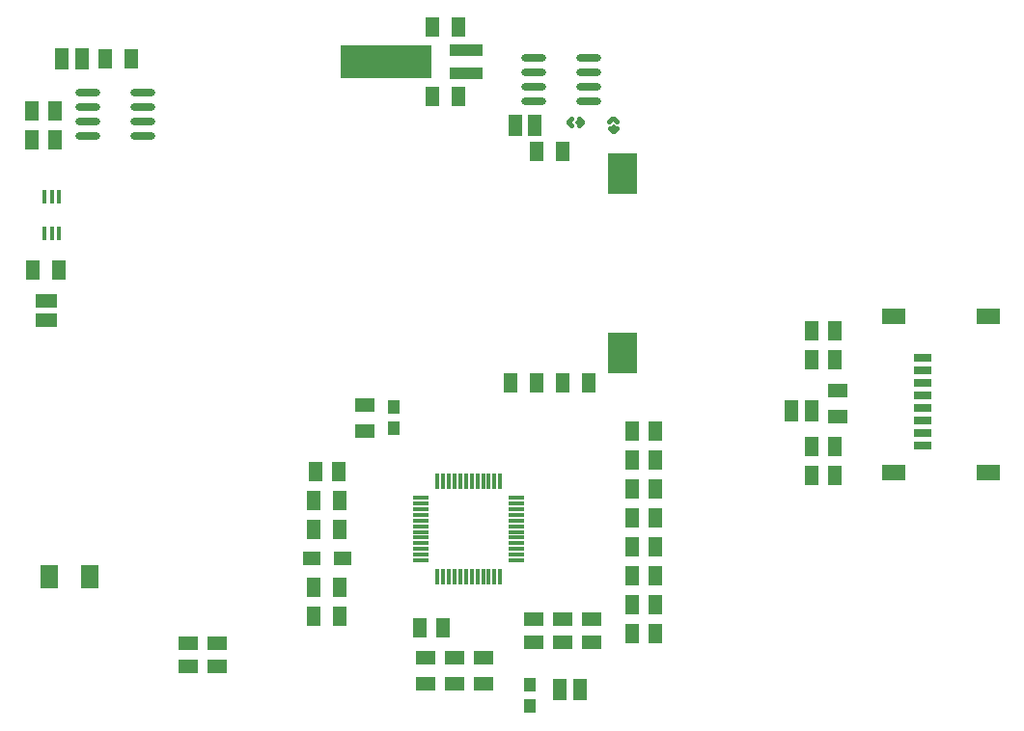
<source format=gbp>
G04 Layer_Color=128*
%FSLAX25Y25*%
%MOIN*%
G70*
G01*
G75*
%ADD11R,0.05000X0.06500*%
%ADD12R,0.06500X0.05000*%
%ADD37R,0.07284X0.04921*%
%ADD38R,0.04921X0.07284*%
%ADD70R,0.11811X0.03937*%
%ADD71R,0.31496X0.11811*%
%ADD72P,0.03677X4X270.0*%
G04:AMPARAMS|DCode=73|XSize=15.75mil|YSize=30mil|CornerRadius=0mil|HoleSize=0mil|Usage=FLASHONLY|Rotation=135.000|XOffset=0mil|YOffset=0mil|HoleType=Round|Shape=Octagon|*
%AMOCTAGOND73*
4,1,8,-0.00782,-0.01339,-0.01339,-0.00782,-0.01339,-0.00226,0.00226,0.01339,0.00782,0.01339,0.01339,0.00782,0.01339,0.00226,-0.00226,-0.01339,-0.00782,-0.01339,0.0*
%
%ADD73OCTAGOND73*%

G04:AMPARAMS|DCode=74|XSize=15mil|YSize=30mil|CornerRadius=0mil|HoleSize=0mil|Usage=FLASHONLY|Rotation=225.000|XOffset=0mil|YOffset=0mil|HoleType=Round|Shape=Octagon|*
%AMOCTAGOND74*
4,1,8,0.01326,-0.00796,0.00796,-0.01326,0.00265,-0.01326,-0.01326,0.00265,-0.01326,0.00796,-0.00796,0.01326,-0.00265,0.01326,0.01326,-0.00265,0.01326,-0.00796,0.0*
%
%ADD74OCTAGOND74*%

G04:AMPARAMS|DCode=75|XSize=15mil|YSize=30mil|CornerRadius=0mil|HoleSize=0mil|Usage=FLASHONLY|Rotation=135.000|XOffset=0mil|YOffset=0mil|HoleType=Round|Shape=Octagon|*
%AMOCTAGOND75*
4,1,8,-0.00796,-0.01326,-0.01326,-0.00796,-0.01326,-0.00265,0.00265,0.01326,0.00796,0.01326,0.01326,0.00796,0.01326,0.00265,-0.00265,-0.01326,-0.00796,-0.01326,0.0*
%
%ADD75OCTAGOND75*%

%ADD76P,0.03677X4X360.0*%
G04:AMPARAMS|DCode=77|XSize=15.75mil|YSize=30mil|CornerRadius=0mil|HoleSize=0mil|Usage=FLASHONLY|Rotation=225.000|XOffset=0mil|YOffset=0mil|HoleType=Round|Shape=Octagon|*
%AMOCTAGOND77*
4,1,8,0.01339,-0.00782,0.00782,-0.01339,0.00226,-0.01339,-0.01339,0.00226,-0.01339,0.00782,-0.00782,0.01339,-0.00226,0.01339,0.01339,-0.00226,0.01339,-0.00782,0.0*
%
%ADD77OCTAGOND77*%

%ADD78O,0.08661X0.02362*%
%ADD79R,0.05512X0.01181*%
%ADD80R,0.01181X0.05512*%
%ADD81R,0.07874X0.05709*%
%ADD82R,0.05906X0.03150*%
%ADD83R,0.06299X0.04921*%
%ADD84R,0.06000X0.08000*%
%ADD85R,0.04134X0.05118*%
%ADD86R,0.10236X0.13937*%
%ADD87R,0.10236X0.14410*%
%ADD88R,0.01575X0.05118*%
D11*
X86000Y208000D02*
D03*
X94000D02*
D03*
X86000Y218000D02*
D03*
X94000D02*
D03*
X363339Y101933D02*
D03*
X355339D02*
D03*
X363339Y131933D02*
D03*
X355339D02*
D03*
X363339Y91933D02*
D03*
X355339D02*
D03*
X363339Y141933D02*
D03*
X355339D02*
D03*
X184000Y93500D02*
D03*
X192000D02*
D03*
X220000Y39500D02*
D03*
X228000D02*
D03*
X293500Y107500D02*
D03*
X301500D02*
D03*
X293500Y97500D02*
D03*
X301500D02*
D03*
Y87500D02*
D03*
X293500D02*
D03*
X301500Y77500D02*
D03*
X293500D02*
D03*
X301500Y67500D02*
D03*
X293500D02*
D03*
X301500Y57500D02*
D03*
X293500D02*
D03*
X301500Y47500D02*
D03*
X293500D02*
D03*
X301500Y37500D02*
D03*
X293500D02*
D03*
X192500Y73500D02*
D03*
X183500D02*
D03*
X224500Y247000D02*
D03*
X233500D02*
D03*
X224500Y223000D02*
D03*
X233500D02*
D03*
X269500Y204000D02*
D03*
X260500D02*
D03*
X120500Y236000D02*
D03*
X111500D02*
D03*
X183500Y83500D02*
D03*
X192500D02*
D03*
X260500Y124000D02*
D03*
X251500D02*
D03*
X269500D02*
D03*
X278500D02*
D03*
X183500Y53500D02*
D03*
X192500D02*
D03*
X183500Y43500D02*
D03*
X192500D02*
D03*
X95500Y163000D02*
D03*
X86500D02*
D03*
D12*
X150000Y26000D02*
D03*
Y34000D02*
D03*
X140000Y26000D02*
D03*
Y34000D02*
D03*
X259500Y34500D02*
D03*
Y42500D02*
D03*
X269500Y34500D02*
D03*
Y42500D02*
D03*
X279500Y34500D02*
D03*
Y42500D02*
D03*
X242000Y20000D02*
D03*
Y29000D02*
D03*
X364339Y112433D02*
D03*
Y121433D02*
D03*
X201000Y116500D02*
D03*
Y107500D02*
D03*
X222000Y20000D02*
D03*
Y29000D02*
D03*
X232000Y20000D02*
D03*
Y29000D02*
D03*
D37*
X91000Y152445D02*
D03*
Y145555D02*
D03*
D38*
X355283Y114433D02*
D03*
X348394D02*
D03*
X253000Y213000D02*
D03*
X259890D02*
D03*
X103445Y236000D02*
D03*
X96555D02*
D03*
X275445Y18000D02*
D03*
X268555D02*
D03*
D70*
X236000Y231000D02*
D03*
Y238874D02*
D03*
D71*
X208441Y234937D02*
D03*
D72*
X287000Y211700D02*
D03*
D73*
X286200Y214800D02*
D03*
D74*
X287800D02*
D03*
X286300Y211200D02*
D03*
X275800Y214700D02*
D03*
D75*
X287700Y211200D02*
D03*
X272200Y214800D02*
D03*
X275800Y213300D02*
D03*
D76*
X275300Y214000D02*
D03*
D77*
X272200Y213200D02*
D03*
D78*
X259551Y221500D02*
D03*
Y226500D02*
D03*
Y231500D02*
D03*
Y236500D02*
D03*
X278449Y221500D02*
D03*
Y226500D02*
D03*
Y231500D02*
D03*
Y236500D02*
D03*
X105551Y209500D02*
D03*
Y214500D02*
D03*
Y219500D02*
D03*
Y224500D02*
D03*
X124449Y209500D02*
D03*
Y214500D02*
D03*
Y219500D02*
D03*
Y224500D02*
D03*
D79*
X253535Y62673D02*
D03*
Y64642D02*
D03*
Y66610D02*
D03*
Y68579D02*
D03*
Y70547D02*
D03*
Y72516D02*
D03*
Y74484D02*
D03*
Y76453D02*
D03*
Y78421D02*
D03*
Y80390D02*
D03*
Y82358D02*
D03*
Y84327D02*
D03*
X220465D02*
D03*
Y82358D02*
D03*
Y80390D02*
D03*
Y78421D02*
D03*
Y76453D02*
D03*
Y74484D02*
D03*
Y72516D02*
D03*
Y70547D02*
D03*
Y68579D02*
D03*
Y66610D02*
D03*
Y64642D02*
D03*
Y62673D02*
D03*
D80*
X247827Y90035D02*
D03*
X245858D02*
D03*
X243890D02*
D03*
X241921D02*
D03*
X239953D02*
D03*
X237984D02*
D03*
X236016D02*
D03*
X234047D02*
D03*
X232079D02*
D03*
X230110D02*
D03*
X228142D02*
D03*
X226173D02*
D03*
Y56965D02*
D03*
X228142D02*
D03*
X230110D02*
D03*
X232079D02*
D03*
X234047D02*
D03*
X236016D02*
D03*
X237984D02*
D03*
X239953D02*
D03*
X241921D02*
D03*
X243890D02*
D03*
X245858D02*
D03*
X247827D02*
D03*
D81*
X416339Y92933D02*
D03*
X383661D02*
D03*
Y147067D02*
D03*
X416339D02*
D03*
D82*
X393898Y102303D02*
D03*
Y106634D02*
D03*
Y110965D02*
D03*
Y115295D02*
D03*
Y119626D02*
D03*
Y123957D02*
D03*
Y128287D02*
D03*
Y132618D02*
D03*
D83*
X182587Y63500D02*
D03*
X193413D02*
D03*
D84*
X106000Y57000D02*
D03*
X92000D02*
D03*
D85*
X211000Y108260D02*
D03*
Y115740D02*
D03*
X258000Y19740D02*
D03*
Y12260D02*
D03*
D86*
X290000Y196402D02*
D03*
D87*
Y134197D02*
D03*
D88*
X95559Y175701D02*
D03*
X93000D02*
D03*
X90441D02*
D03*
Y188299D02*
D03*
X93000D02*
D03*
X95559D02*
D03*
M02*

</source>
